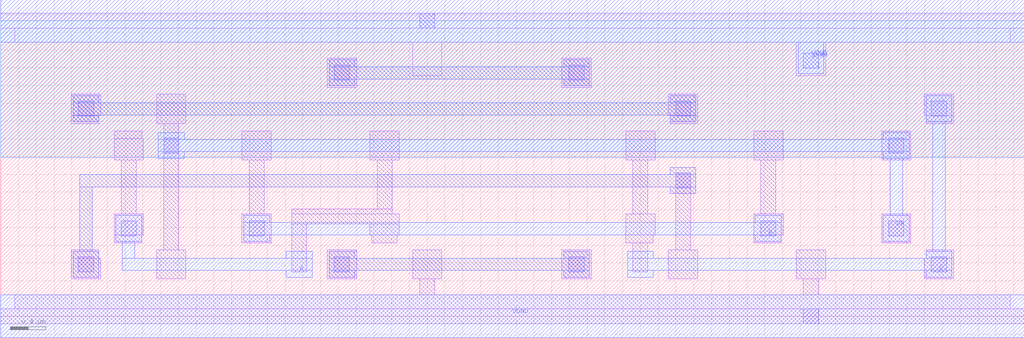
<source format=lef>
VERSION 5.7 ;
  NOWIREEXTENSIONATPIN ON ;
  DIVIDERCHAR "/" ;
  BUSBITCHARS "[]" ;
MACRO ASYNC3
  CLASS CORE ;
  FOREIGN ASYNC3 ;
  ORIGIN 0.000 0.000 ;
  SIZE 11.520 BY 3.330 ;
  SYMMETRY X Y ;
  SITE unit ;
  PIN A
    ANTENNAGATEAREA 0.378000 ;
    PORT
      LAYER met1 ;
        RECT 1.295 0.845 1.585 1.135 ;
        RECT 1.370 0.655 1.510 0.845 ;
        RECT 3.215 0.655 3.505 0.730 ;
        RECT 1.370 0.515 3.505 0.655 ;
        RECT 3.215 0.440 3.505 0.515 ;
    END
  END A
  PIN B
    ANTENNAGATEAREA 0.378000 ;
    PORT
      LAYER met1 ;
        RECT 2.735 1.060 3.025 1.135 ;
        RECT 8.495 1.060 8.785 1.135 ;
        RECT 2.735 0.920 8.785 1.060 ;
        RECT 2.735 0.845 3.025 0.920 ;
        RECT 8.495 0.845 8.785 0.920 ;
    END
  END B
  PIN C
    ANTENNAGATEAREA 0.189000 ;
    ANTENNADIFFAREA 1.031650 ;
    PORT
      LAYER met1 ;
        RECT 10.415 2.195 10.705 2.485 ;
        RECT 10.490 0.730 10.630 2.195 ;
        RECT 7.055 0.655 7.345 0.730 ;
        RECT 10.415 0.655 10.705 0.730 ;
        RECT 7.055 0.515 10.705 0.655 ;
        RECT 7.055 0.440 7.345 0.515 ;
        RECT 10.415 0.440 10.705 0.515 ;
    END
  END C
  PIN CN
    ANTENNAGATEAREA 0.189000 ;
    ANTENNADIFFAREA 1.661650 ;
    PORT
      LAYER met1 ;
        RECT 1.775 1.995 2.065 2.070 ;
        RECT 9.935 1.995 10.225 2.070 ;
        RECT 1.775 1.855 10.225 1.995 ;
        RECT 1.775 1.780 2.065 1.855 ;
        RECT 9.935 1.780 10.225 1.855 ;
        RECT 10.010 1.135 10.150 1.780 ;
        RECT 9.935 0.845 10.225 1.135 ;
    END
  END CN
  PIN VGND
    ANTENNADIFFAREA 0.914200 ;
    PORT
      LAYER met1 ;
        RECT 0.000 -0.240 11.520 0.240 ;
    END
    PORT
      LAYER met1 ;
        RECT 0.000 3.090 11.520 3.570 ;
        RECT 8.975 2.735 9.265 3.090 ;
    END
  END VGND
  PIN VPWR
    ANTENNADIFFAREA 1.747200 ;
    PORT
      LAYER li1 ;
        RECT 0.000 3.245 11.520 3.415 ;
        RECT 0.155 3.090 11.365 3.245 ;
        RECT 4.635 2.715 4.965 3.090 ;
        RECT 8.955 2.715 9.285 3.090 ;
      LAYER mcon ;
        RECT 4.715 3.245 4.885 3.415 ;
        RECT 9.035 2.795 9.205 2.965 ;
    END
  END VPWR
  OBS
      LAYER nwell ;
        RECT 0.000 1.790 11.520 3.330 ;
      LAYER li1 ;
        RECT 3.675 2.580 4.005 2.910 ;
        RECT 6.315 2.580 6.645 2.910 ;
        RECT 0.795 2.260 1.125 2.505 ;
        RECT 0.795 2.175 1.105 2.260 ;
        RECT 1.755 2.175 2.085 2.505 ;
        RECT 7.515 2.260 7.845 2.505 ;
        RECT 10.395 2.260 10.725 2.505 ;
        RECT 7.535 2.175 7.845 2.260 ;
        RECT 10.415 2.175 10.725 2.260 ;
        RECT 1.275 2.005 1.585 2.090 ;
        RECT 1.275 1.760 1.605 2.005 ;
        RECT 1.355 1.155 1.525 1.760 ;
        RECT 1.275 0.920 1.605 1.155 ;
        RECT 1.275 0.825 1.585 0.920 ;
        RECT 1.835 0.750 2.005 2.175 ;
        RECT 2.715 1.760 3.045 2.090 ;
        RECT 4.155 1.760 4.485 2.090 ;
        RECT 7.035 1.760 7.365 2.090 ;
        RECT 8.475 1.760 8.805 2.090 ;
        RECT 9.915 1.760 10.245 2.090 ;
        RECT 2.795 1.155 2.965 1.760 ;
        RECT 4.235 1.210 4.405 1.760 ;
        RECT 3.275 1.155 4.405 1.210 ;
        RECT 7.115 1.155 7.285 1.760 ;
        RECT 2.715 0.825 3.045 1.155 ;
        RECT 3.275 1.040 4.485 1.155 ;
        RECT 0.795 0.655 1.105 0.750 ;
        RECT 0.795 0.420 1.125 0.655 ;
        RECT 1.755 0.420 2.085 0.750 ;
        RECT 3.275 0.500 3.445 1.040 ;
        RECT 4.155 0.920 4.485 1.040 ;
        RECT 7.035 0.920 7.365 1.155 ;
        RECT 4.175 0.825 4.465 0.920 ;
        RECT 7.035 0.825 7.345 0.920 ;
        RECT 3.675 0.420 4.005 0.750 ;
        RECT 4.635 0.420 4.965 0.750 ;
        RECT 6.315 0.420 6.645 0.750 ;
        RECT 7.115 0.500 7.285 0.825 ;
        RECT 7.595 0.750 7.765 1.615 ;
        RECT 8.555 1.155 8.725 1.760 ;
        RECT 8.475 0.920 8.805 1.155 ;
        RECT 8.475 0.825 8.785 0.920 ;
        RECT 9.915 0.825 10.245 1.155 ;
        RECT 7.515 0.420 7.845 0.750 ;
        RECT 8.955 0.420 9.285 0.750 ;
        RECT 10.415 0.655 10.725 0.750 ;
        RECT 10.395 0.420 10.725 0.655 ;
        RECT 4.715 0.240 4.885 0.420 ;
        RECT 9.035 0.240 9.205 0.420 ;
        RECT 0.155 0.085 11.365 0.240 ;
        RECT 0.000 -0.085 11.520 0.085 ;
      LAYER mcon ;
        RECT 3.755 2.660 3.925 2.830 ;
        RECT 6.395 2.660 6.565 2.830 ;
        RECT 0.875 2.255 1.045 2.425 ;
        RECT 7.595 2.255 7.765 2.425 ;
        RECT 10.475 2.255 10.645 2.425 ;
        RECT 1.835 1.840 2.005 2.010 ;
        RECT 1.355 0.905 1.525 1.075 ;
        RECT 9.995 1.840 10.165 2.010 ;
        RECT 7.595 1.445 7.765 1.615 ;
        RECT 2.795 0.905 2.965 1.075 ;
        RECT 0.875 0.500 1.045 0.670 ;
        RECT 3.755 0.500 3.925 0.670 ;
        RECT 6.395 0.500 6.565 0.670 ;
        RECT 8.555 0.905 8.725 1.075 ;
        RECT 9.995 0.905 10.165 1.075 ;
        RECT 10.475 0.500 10.645 0.670 ;
        RECT 9.035 -0.085 9.205 0.085 ;
      LAYER met1 ;
        RECT 3.695 2.815 3.985 2.890 ;
        RECT 6.335 2.815 6.625 2.890 ;
        RECT 3.695 2.675 6.625 2.815 ;
        RECT 3.695 2.600 3.985 2.675 ;
        RECT 6.335 2.600 6.625 2.675 ;
        RECT 0.815 2.410 1.105 2.485 ;
        RECT 7.535 2.410 7.825 2.485 ;
        RECT 0.815 2.270 7.825 2.410 ;
        RECT 0.815 2.195 1.105 2.270 ;
        RECT 7.535 2.195 7.825 2.270 ;
        RECT 7.535 1.600 7.825 1.675 ;
        RECT 0.890 1.460 7.825 1.600 ;
        RECT 0.890 0.730 1.030 1.460 ;
        RECT 7.535 1.385 7.825 1.460 ;
        RECT 0.815 0.440 1.105 0.730 ;
        RECT 3.695 0.655 3.985 0.730 ;
        RECT 6.335 0.655 6.625 0.730 ;
        RECT 3.695 0.515 6.625 0.655 ;
        RECT 3.695 0.440 3.985 0.515 ;
        RECT 6.335 0.440 6.625 0.515 ;
  END
END ASYNC3
END LIBRARY


</source>
